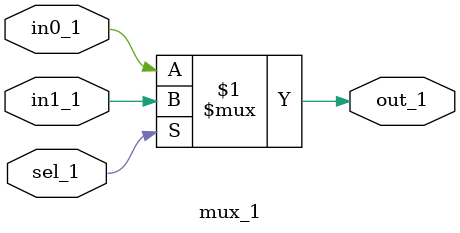
<source format=v>
module mux_1(input in0_1,in1_1,input sel_1,output out_1);
assign out_1=(sel_1)?in1_1:in0_1;
endmodule

</source>
